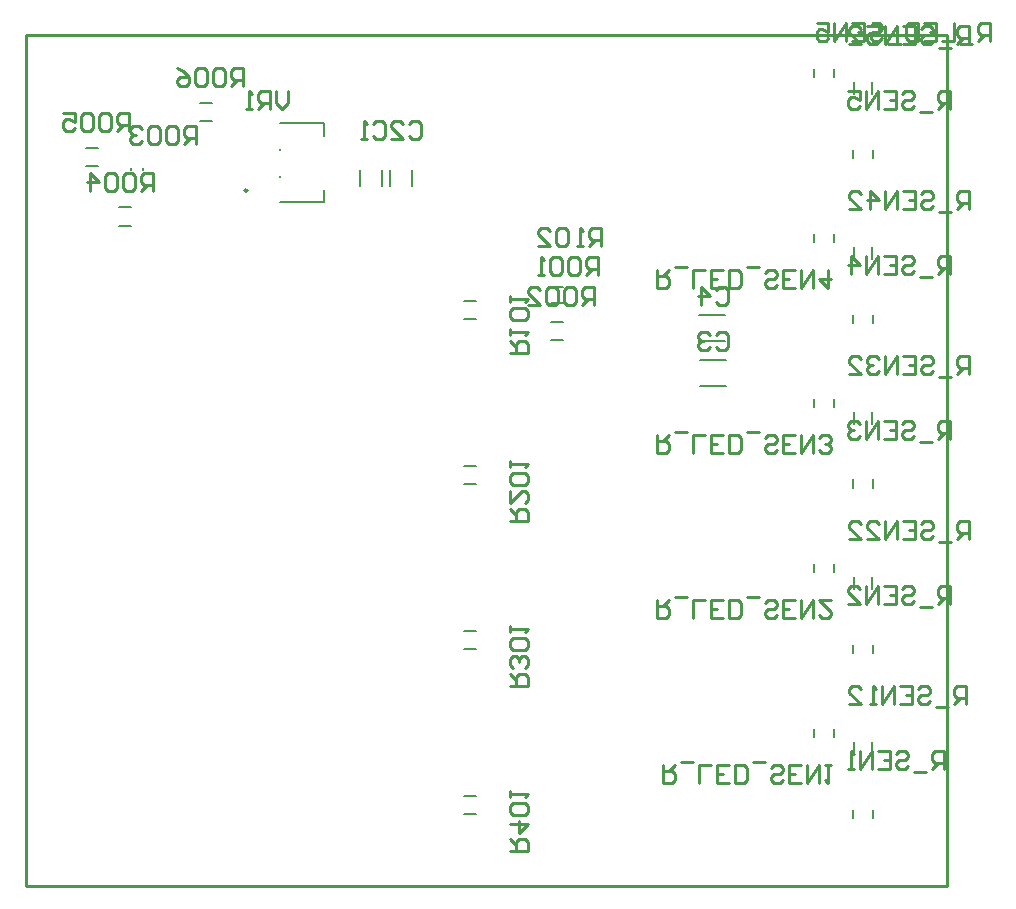
<source format=gbo>
G04*
G04 #@! TF.GenerationSoftware,Altium Limited,Altium Designer,22.5.1 (42)*
G04*
G04 Layer_Color=32896*
%FSLAX42Y42*%
%MOMM*%
G71*
G04*
G04 #@! TF.SameCoordinates,E9C7B45F-A4FB-49F3-BE10-4E13B05C86B2*
G04*
G04*
G04 #@! TF.FilePolarity,Positive*
G04*
G01*
G75*
%ADD10C,0.25*%
%ADD11C,0.20*%
%ADD13C,0.25*%
D10*
X1876Y5888D02*
G03*
X1876Y5888I-12J0D01*
G01*
D11*
X7172Y575D02*
Y645D01*
X7002Y575D02*
Y645D01*
X7172Y1972D02*
Y2042D01*
X7002Y1972D02*
Y2042D01*
X7172Y3371D02*
Y3441D01*
X7002Y3371D02*
Y3441D01*
X7172Y6163D02*
Y6233D01*
X7002Y6163D02*
Y6233D01*
X7172Y4766D02*
Y4836D01*
X7002Y4766D02*
Y4836D01*
X6674Y6848D02*
Y6918D01*
X6844Y6848D02*
Y6918D01*
X6674Y5451D02*
Y5521D01*
X6844Y5451D02*
Y5521D01*
X6674Y4054D02*
Y4124D01*
X6844Y4054D02*
Y4124D01*
X6674Y2657D02*
Y2727D01*
X6844Y2657D02*
Y2727D01*
X6674Y1260D02*
Y1330D01*
X6844Y1260D02*
Y1330D01*
X5705Y4617D02*
X5925D01*
X5705Y4832D02*
X5925D01*
X5707Y4236D02*
X5927D01*
X5707Y4451D02*
X5927D01*
X3711Y2002D02*
X3811D01*
X3711Y2162D02*
X3811D01*
X3711Y3399D02*
X3811D01*
X3711Y3559D02*
X3811D01*
X1476Y6632D02*
X1576D01*
X1476Y6472D02*
X1576D01*
X3711Y605D02*
X3811D01*
X3711Y765D02*
X3811D01*
X3711Y4796D02*
X3811D01*
X3711Y4956D02*
X3811D01*
X4437Y5310D02*
X4457D01*
X4437Y5204D02*
X4457D01*
X4448Y5073D02*
X4548D01*
X4448Y4933D02*
X4548D01*
X890Y6060D02*
Y6080D01*
X994Y6060D02*
Y6080D01*
X3087Y5924D02*
Y6064D01*
X3267Y5924D02*
Y6064D01*
X788Y5744D02*
X888D01*
X788Y5584D02*
X888D01*
X2833Y5924D02*
Y6064D01*
X3013Y5924D02*
Y6064D01*
X511Y6251D02*
X611D01*
X511Y6091D02*
X611D01*
X4448Y4618D02*
X4548D01*
X4448Y4778D02*
X4548D01*
X2154Y5786D02*
X2524D01*
Y6348D02*
Y6456D01*
Y5786D02*
Y5893D01*
X2154Y6456D02*
X2524D01*
X2154Y6233D02*
Y6238D01*
Y6003D02*
Y6008D01*
X7169Y5308D02*
Y5408D01*
X7009Y5308D02*
Y5408D01*
X7169Y3912D02*
Y4012D01*
X7009Y3912D02*
Y4012D01*
X7169Y2515D02*
Y2615D01*
X7009Y2515D02*
Y2615D01*
X7169Y1118D02*
Y1218D01*
X7009Y1118D02*
Y1218D01*
X7169Y6706D02*
Y6806D01*
X7009Y6706D02*
Y6806D01*
D13*
X7828Y6578D02*
Y6730D01*
X7752D01*
X7726Y6705D01*
Y6654D01*
X7752Y6629D01*
X7828D01*
X7777D02*
X7726Y6578D01*
X7676Y6552D02*
X7574D01*
X7422Y6705D02*
X7447Y6730D01*
X7498D01*
X7523Y6705D01*
Y6679D01*
X7498Y6654D01*
X7447D01*
X7422Y6629D01*
Y6603D01*
X7447Y6578D01*
X7498D01*
X7523Y6603D01*
X7269Y6730D02*
X7371D01*
Y6578D01*
X7269D01*
X7371Y6654D02*
X7320D01*
X7219Y6578D02*
Y6730D01*
X7117Y6578D01*
Y6730D01*
X6965D02*
X7066D01*
Y6654D01*
X7015Y6679D01*
X6990D01*
X6965Y6654D01*
Y6603D01*
X6990Y6578D01*
X7041D01*
X7066Y6603D01*
X7828Y5181D02*
Y5333D01*
X7752D01*
X7726Y5308D01*
Y5257D01*
X7752Y5232D01*
X7828D01*
X7777D02*
X7726Y5181D01*
X7676Y5155D02*
X7574D01*
X7422Y5308D02*
X7447Y5333D01*
X7498D01*
X7523Y5308D01*
Y5282D01*
X7498Y5257D01*
X7447D01*
X7422Y5232D01*
Y5206D01*
X7447Y5181D01*
X7498D01*
X7523Y5206D01*
X7269Y5333D02*
X7371D01*
Y5181D01*
X7269D01*
X7371Y5257D02*
X7320D01*
X7219Y5181D02*
Y5333D01*
X7117Y5181D01*
Y5333D01*
X6990Y5181D02*
Y5333D01*
X7066Y5257D01*
X6965D01*
X7828Y3786D02*
Y3939D01*
X7752D01*
X7726Y3913D01*
Y3863D01*
X7752Y3837D01*
X7828D01*
X7777D02*
X7726Y3786D01*
X7676Y3761D02*
X7574D01*
X7422Y3913D02*
X7447Y3939D01*
X7498D01*
X7523Y3913D01*
Y3888D01*
X7498Y3863D01*
X7447D01*
X7422Y3837D01*
Y3812D01*
X7447Y3786D01*
X7498D01*
X7523Y3812D01*
X7269Y3939D02*
X7371D01*
Y3786D01*
X7269D01*
X7371Y3863D02*
X7320D01*
X7219Y3786D02*
Y3939D01*
X7117Y3786D01*
Y3939D01*
X7066Y3913D02*
X7041Y3939D01*
X6990D01*
X6965Y3913D01*
Y3888D01*
X6990Y3863D01*
X7015D01*
X6990D01*
X6965Y3837D01*
Y3812D01*
X6990Y3786D01*
X7041D01*
X7066Y3812D01*
X7828Y2387D02*
Y2539D01*
X7752D01*
X7726Y2514D01*
Y2463D01*
X7752Y2438D01*
X7828D01*
X7777D02*
X7726Y2387D01*
X7676Y2361D02*
X7574D01*
X7422Y2514D02*
X7447Y2539D01*
X7498D01*
X7523Y2514D01*
Y2488D01*
X7498Y2463D01*
X7447D01*
X7422Y2438D01*
Y2412D01*
X7447Y2387D01*
X7498D01*
X7523Y2412D01*
X7269Y2539D02*
X7371D01*
Y2387D01*
X7269D01*
X7371Y2463D02*
X7320D01*
X7219Y2387D02*
Y2539D01*
X7117Y2387D01*
Y2539D01*
X6965Y2387D02*
X7066D01*
X6965Y2488D01*
Y2514D01*
X6990Y2539D01*
X7041D01*
X7066Y2514D01*
X7777Y990D02*
Y1142D01*
X7701D01*
X7676Y1117D01*
Y1066D01*
X7701Y1041D01*
X7777D01*
X7726D02*
X7676Y990D01*
X7625Y964D02*
X7523D01*
X7371Y1117D02*
X7396Y1142D01*
X7447D01*
X7472Y1117D01*
Y1091D01*
X7447Y1066D01*
X7396D01*
X7371Y1041D01*
Y1015D01*
X7396Y990D01*
X7447D01*
X7472Y1015D01*
X7219Y1142D02*
X7320D01*
Y990D01*
X7219D01*
X7320Y1066D02*
X7269D01*
X7168Y990D02*
Y1142D01*
X7066Y990D01*
Y1142D01*
X7015Y990D02*
X6965D01*
X6990D01*
Y1142D01*
X7015Y1117D01*
X5844Y4665D02*
X5870Y4691D01*
X5920D01*
X5946Y4665D01*
Y4564D01*
X5920Y4538D01*
X5870D01*
X5844Y4564D01*
X5793Y4665D02*
X5768Y4691D01*
X5717D01*
X5692Y4665D01*
Y4640D01*
X5717Y4614D01*
X5743D01*
X5717D01*
X5692Y4589D01*
Y4564D01*
X5717Y4538D01*
X5768D01*
X5793Y4564D01*
X5844Y5046D02*
X5870Y5072D01*
X5920D01*
X5946Y5046D01*
Y4945D01*
X5920Y4919D01*
X5870D01*
X5844Y4945D01*
X5717Y4919D02*
Y5072D01*
X5793Y4995D01*
X5692D01*
X4104Y294D02*
X4257D01*
Y370D01*
X4231Y395D01*
X4180D01*
X4155Y370D01*
Y294D01*
Y345D02*
X4104Y395D01*
Y522D02*
X4257D01*
X4180Y446D01*
Y548D01*
X4231Y599D02*
X4257Y624D01*
Y675D01*
X4231Y700D01*
X4130D01*
X4104Y675D01*
Y624D01*
X4130Y599D01*
X4231D01*
X4104Y751D02*
Y802D01*
Y776D01*
X4257D01*
X4231Y751D01*
X2220Y6728D02*
Y6626D01*
X2169Y6575D01*
X2118Y6626D01*
Y6728D01*
X2067Y6575D02*
Y6728D01*
X1991D01*
X1966Y6702D01*
Y6651D01*
X1991Y6626D01*
X2067D01*
X2016D02*
X1966Y6575D01*
X1915D02*
X1864D01*
X1890D01*
Y6728D01*
X1915Y6702D01*
X7988Y7124D02*
Y7276D01*
X7912D01*
X7886Y7251D01*
Y7200D01*
X7912Y7175D01*
X7988D01*
X7937D02*
X7886Y7124D01*
X7836Y7098D02*
X7734D01*
X7582Y7251D02*
X7607Y7276D01*
X7658D01*
X7683Y7251D01*
Y7225D01*
X7658Y7200D01*
X7607D01*
X7582Y7175D01*
Y7149D01*
X7607Y7124D01*
X7658D01*
X7683Y7149D01*
X7429Y7276D02*
X7531D01*
Y7124D01*
X7429D01*
X7531Y7200D02*
X7480D01*
X7379Y7124D02*
Y7276D01*
X7277Y7124D01*
Y7276D01*
X7125D02*
X7226D01*
Y7200D01*
X7175Y7225D01*
X7150D01*
X7125Y7200D01*
Y7149D01*
X7150Y7124D01*
X7201D01*
X7226Y7149D01*
X6972Y7124D02*
X7074D01*
X6972Y7225D01*
Y7251D01*
X6998Y7276D01*
X7048D01*
X7074Y7251D01*
X7988Y5727D02*
Y5879D01*
X7912D01*
X7886Y5854D01*
Y5803D01*
X7912Y5778D01*
X7988D01*
X7937D02*
X7886Y5727D01*
X7836Y5702D02*
X7734D01*
X7582Y5854D02*
X7607Y5879D01*
X7658D01*
X7683Y5854D01*
Y5828D01*
X7658Y5803D01*
X7607D01*
X7582Y5778D01*
Y5752D01*
X7607Y5727D01*
X7658D01*
X7683Y5752D01*
X7429Y5879D02*
X7531D01*
Y5727D01*
X7429D01*
X7531Y5803D02*
X7480D01*
X7379Y5727D02*
Y5879D01*
X7277Y5727D01*
Y5879D01*
X7150Y5727D02*
Y5879D01*
X7226Y5803D01*
X7125D01*
X6972Y5727D02*
X7074D01*
X6972Y5828D01*
Y5854D01*
X6998Y5879D01*
X7048D01*
X7074Y5854D01*
X7988Y4330D02*
Y4482D01*
X7912D01*
X7886Y4457D01*
Y4406D01*
X7912Y4381D01*
X7988D01*
X7937D02*
X7886Y4330D01*
X7836Y4305D02*
X7734D01*
X7582Y4457D02*
X7607Y4482D01*
X7658D01*
X7683Y4457D01*
Y4431D01*
X7658Y4406D01*
X7607D01*
X7582Y4381D01*
Y4355D01*
X7607Y4330D01*
X7658D01*
X7683Y4355D01*
X7429Y4482D02*
X7531D01*
Y4330D01*
X7429D01*
X7531Y4406D02*
X7480D01*
X7379Y4330D02*
Y4482D01*
X7277Y4330D01*
Y4482D01*
X7226Y4457D02*
X7201Y4482D01*
X7150D01*
X7125Y4457D01*
Y4431D01*
X7150Y4406D01*
X7175D01*
X7150D01*
X7125Y4381D01*
Y4355D01*
X7150Y4330D01*
X7201D01*
X7226Y4355D01*
X6972Y4330D02*
X7074D01*
X6972Y4431D01*
Y4457D01*
X6998Y4482D01*
X7048D01*
X7074Y4457D01*
X7988Y2933D02*
Y3085D01*
X7912D01*
X7886Y3060D01*
Y3009D01*
X7912Y2984D01*
X7988D01*
X7937D02*
X7886Y2933D01*
X7836Y2908D02*
X7734D01*
X7582Y3060D02*
X7607Y3085D01*
X7658D01*
X7683Y3060D01*
Y3034D01*
X7658Y3009D01*
X7607D01*
X7582Y2984D01*
Y2958D01*
X7607Y2933D01*
X7658D01*
X7683Y2958D01*
X7429Y3085D02*
X7531D01*
Y2933D01*
X7429D01*
X7531Y3009D02*
X7480D01*
X7379Y2933D02*
Y3085D01*
X7277Y2933D01*
Y3085D01*
X7125Y2933D02*
X7226D01*
X7125Y3034D01*
Y3060D01*
X7150Y3085D01*
X7201D01*
X7226Y3060D01*
X6972Y2933D02*
X7074D01*
X6972Y3034D01*
Y3060D01*
X6998Y3085D01*
X7048D01*
X7074Y3060D01*
X7963Y1536D02*
Y1688D01*
X7886D01*
X7861Y1663D01*
Y1612D01*
X7886Y1587D01*
X7963D01*
X7912D02*
X7861Y1536D01*
X7810Y1511D02*
X7709D01*
X7556Y1663D02*
X7582Y1688D01*
X7632D01*
X7658Y1663D01*
Y1637D01*
X7632Y1612D01*
X7582D01*
X7556Y1587D01*
Y1561D01*
X7582Y1536D01*
X7632D01*
X7658Y1561D01*
X7404Y1688D02*
X7506D01*
Y1536D01*
X7404D01*
X7506Y1612D02*
X7455D01*
X7353Y1536D02*
Y1688D01*
X7252Y1536D01*
Y1688D01*
X7201Y1536D02*
X7150D01*
X7175D01*
Y1688D01*
X7201Y1663D01*
X6972Y1536D02*
X7074D01*
X6972Y1637D01*
Y1663D01*
X6998Y1688D01*
X7048D01*
X7074Y1663D01*
X8168Y7154D02*
Y7307D01*
X8092D01*
X8067Y7281D01*
Y7231D01*
X8092Y7205D01*
X8168D01*
X8118D02*
X8067Y7154D01*
X8016Y7129D02*
X7914D01*
X7864Y7307D02*
Y7154D01*
X7762D01*
X7610Y7307D02*
X7711D01*
Y7154D01*
X7610D01*
X7711Y7231D02*
X7660D01*
X7559Y7307D02*
Y7154D01*
X7483D01*
X7457Y7180D01*
Y7281D01*
X7483Y7307D01*
X7559D01*
X7407Y7129D02*
X7305D01*
X7153Y7281D02*
X7178Y7307D01*
X7229D01*
X7254Y7281D01*
Y7256D01*
X7229Y7231D01*
X7178D01*
X7153Y7205D01*
Y7180D01*
X7178Y7154D01*
X7229D01*
X7254Y7180D01*
X7000Y7307D02*
X7102D01*
Y7154D01*
X7000D01*
X7102Y7231D02*
X7051D01*
X6949Y7154D02*
Y7307D01*
X6848Y7154D01*
Y7307D01*
X6696D02*
X6797D01*
Y7231D01*
X6746Y7256D01*
X6721D01*
X6696Y7231D01*
Y7180D01*
X6721Y7154D01*
X6772D01*
X6797Y7180D01*
X5349Y5214D02*
Y5061D01*
X5425D01*
X5450Y5087D01*
Y5138D01*
X5425Y5163D01*
X5349D01*
X5400D02*
X5450Y5214D01*
X5501Y5239D02*
X5603D01*
X5654Y5061D02*
Y5214D01*
X5755D01*
X5908Y5061D02*
X5806D01*
Y5214D01*
X5908D01*
X5806Y5138D02*
X5857D01*
X5958Y5061D02*
Y5214D01*
X6034D01*
X6060Y5188D01*
Y5087D01*
X6034Y5061D01*
X5958D01*
X6111Y5239D02*
X6212D01*
X6365Y5087D02*
X6339Y5061D01*
X6288D01*
X6263Y5087D01*
Y5112D01*
X6288Y5138D01*
X6339D01*
X6365Y5163D01*
Y5188D01*
X6339Y5214D01*
X6288D01*
X6263Y5188D01*
X6517Y5061D02*
X6415D01*
Y5214D01*
X6517D01*
X6415Y5138D02*
X6466D01*
X6568Y5214D02*
Y5061D01*
X6669Y5214D01*
Y5061D01*
X6796Y5214D02*
Y5061D01*
X6720Y5138D01*
X6822D01*
X5349Y3817D02*
Y3664D01*
X5425D01*
X5450Y3690D01*
Y3741D01*
X5425Y3766D01*
X5349D01*
X5400D02*
X5450Y3817D01*
X5501Y3842D02*
X5603D01*
X5654Y3664D02*
Y3817D01*
X5755D01*
X5908Y3664D02*
X5806D01*
Y3817D01*
X5908D01*
X5806Y3741D02*
X5857D01*
X5958Y3664D02*
Y3817D01*
X6034D01*
X6060Y3791D01*
Y3690D01*
X6034Y3664D01*
X5958D01*
X6111Y3842D02*
X6212D01*
X6365Y3690D02*
X6339Y3664D01*
X6288D01*
X6263Y3690D01*
Y3715D01*
X6288Y3741D01*
X6339D01*
X6365Y3766D01*
Y3791D01*
X6339Y3817D01*
X6288D01*
X6263Y3791D01*
X6517Y3664D02*
X6415D01*
Y3817D01*
X6517D01*
X6415Y3741D02*
X6466D01*
X6568Y3817D02*
Y3664D01*
X6669Y3817D01*
Y3664D01*
X6720Y3690D02*
X6745Y3664D01*
X6796D01*
X6822Y3690D01*
Y3715D01*
X6796Y3741D01*
X6771D01*
X6796D01*
X6822Y3766D01*
Y3791D01*
X6796Y3817D01*
X6745D01*
X6720Y3791D01*
X5349Y2419D02*
Y2267D01*
X5425D01*
X5450Y2292D01*
Y2343D01*
X5425Y2368D01*
X5349D01*
X5400D02*
X5450Y2419D01*
X5501Y2444D02*
X5603D01*
X5654Y2267D02*
Y2419D01*
X5755D01*
X5908Y2267D02*
X5806D01*
Y2419D01*
X5908D01*
X5806Y2343D02*
X5857D01*
X5958Y2267D02*
Y2419D01*
X6034D01*
X6060Y2394D01*
Y2292D01*
X6034Y2267D01*
X5958D01*
X6111Y2444D02*
X6212D01*
X6365Y2292D02*
X6339Y2267D01*
X6288D01*
X6263Y2292D01*
Y2317D01*
X6288Y2343D01*
X6339D01*
X6365Y2368D01*
Y2394D01*
X6339Y2419D01*
X6288D01*
X6263Y2394D01*
X6517Y2267D02*
X6415D01*
Y2419D01*
X6517D01*
X6415Y2343D02*
X6466D01*
X6568Y2419D02*
Y2267D01*
X6669Y2419D01*
Y2267D01*
X6822Y2419D02*
X6720D01*
X6822Y2317D01*
Y2292D01*
X6796Y2267D01*
X6745D01*
X6720Y2292D01*
X5400Y1023D02*
Y870D01*
X5476D01*
X5501Y896D01*
Y947D01*
X5476Y972D01*
X5400D01*
X5450D02*
X5501Y1023D01*
X5552Y1048D02*
X5654D01*
X5704Y870D02*
Y1023D01*
X5806D01*
X5958Y870D02*
X5857D01*
Y1023D01*
X5958D01*
X5857Y947D02*
X5908D01*
X6009Y870D02*
Y1023D01*
X6085D01*
X6111Y997D01*
Y896D01*
X6085Y870D01*
X6009D01*
X6161Y1048D02*
X6263D01*
X6415Y896D02*
X6390Y870D01*
X6339D01*
X6314Y896D01*
Y921D01*
X6339Y947D01*
X6390D01*
X6415Y972D01*
Y997D01*
X6390Y1023D01*
X6339D01*
X6314Y997D01*
X6568Y870D02*
X6466D01*
Y1023D01*
X6568D01*
X6466Y947D02*
X6517D01*
X6619Y1023D02*
Y870D01*
X6720Y1023D01*
Y870D01*
X6771Y1023D02*
X6822D01*
X6796D01*
Y870D01*
X6771Y896D01*
X4104Y1691D02*
X4257D01*
Y1767D01*
X4231Y1792D01*
X4180D01*
X4155Y1767D01*
Y1691D01*
Y1742D02*
X4104Y1792D01*
X4231Y1843D02*
X4257Y1869D01*
Y1919D01*
X4231Y1945D01*
X4206D01*
X4180Y1919D01*
Y1894D01*
Y1919D01*
X4155Y1945D01*
X4130D01*
X4104Y1919D01*
Y1869D01*
X4130Y1843D01*
X4231Y1996D02*
X4257Y2021D01*
Y2072D01*
X4231Y2097D01*
X4130D01*
X4104Y2072D01*
Y2021D01*
X4130Y1996D01*
X4231D01*
X4104Y2148D02*
Y2199D01*
Y2173D01*
X4257D01*
X4231Y2148D01*
X4104Y3088D02*
X4257D01*
Y3164D01*
X4231Y3189D01*
X4180D01*
X4155Y3164D01*
Y3088D01*
Y3139D02*
X4104Y3189D01*
Y3342D02*
Y3240D01*
X4206Y3342D01*
X4231D01*
X4257Y3316D01*
Y3266D01*
X4231Y3240D01*
Y3393D02*
X4257Y3418D01*
Y3469D01*
X4231Y3494D01*
X4130D01*
X4104Y3469D01*
Y3418D01*
X4130Y3393D01*
X4231D01*
X4104Y3545D02*
Y3596D01*
Y3570D01*
X4257D01*
X4231Y3545D01*
X4874Y5414D02*
Y5567D01*
X4798D01*
X4772Y5541D01*
Y5491D01*
X4798Y5465D01*
X4874D01*
X4823D02*
X4772Y5414D01*
X4722D02*
X4671D01*
X4696D01*
Y5567D01*
X4722Y5541D01*
X4595D02*
X4569Y5567D01*
X4518D01*
X4493Y5541D01*
Y5440D01*
X4518Y5414D01*
X4569D01*
X4595Y5440D01*
Y5541D01*
X4341Y5414D02*
X4442D01*
X4341Y5516D01*
Y5541D01*
X4366Y5567D01*
X4417D01*
X4442Y5541D01*
X4104Y4510D02*
X4257D01*
Y4586D01*
X4231Y4612D01*
X4180D01*
X4155Y4586D01*
Y4510D01*
Y4561D02*
X4104Y4612D01*
Y4663D02*
Y4713D01*
Y4688D01*
X4257D01*
X4231Y4663D01*
Y4790D02*
X4257Y4815D01*
Y4866D01*
X4231Y4891D01*
X4130D01*
X4104Y4866D01*
Y4815D01*
X4130Y4790D01*
X4231D01*
X4104Y4942D02*
Y4993D01*
Y4967D01*
X4257D01*
X4231Y4942D01*
X1844Y6771D02*
Y6923D01*
X1768D01*
X1742Y6898D01*
Y6847D01*
X1768Y6822D01*
X1844D01*
X1793D02*
X1742Y6771D01*
X1691Y6898D02*
X1666Y6923D01*
X1615D01*
X1590Y6898D01*
Y6796D01*
X1615Y6771D01*
X1666D01*
X1691Y6796D01*
Y6898D01*
X1539D02*
X1514Y6923D01*
X1463D01*
X1437Y6898D01*
Y6796D01*
X1463Y6771D01*
X1514D01*
X1539Y6796D01*
Y6898D01*
X1285Y6923D02*
X1336Y6898D01*
X1387Y6847D01*
Y6796D01*
X1361Y6771D01*
X1310D01*
X1285Y6796D01*
Y6822D01*
X1310Y6847D01*
X1387D01*
X878Y6390D02*
Y6542D01*
X802D01*
X777Y6517D01*
Y6466D01*
X802Y6441D01*
X878D01*
X828D02*
X777Y6390D01*
X726Y6517D02*
X701Y6542D01*
X650D01*
X625Y6517D01*
Y6415D01*
X650Y6390D01*
X701D01*
X726Y6415D01*
Y6517D01*
X574D02*
X548Y6542D01*
X498D01*
X472Y6517D01*
Y6415D01*
X498Y6390D01*
X548D01*
X574Y6415D01*
Y6517D01*
X320Y6542D02*
X421D01*
Y6466D01*
X371Y6491D01*
X345D01*
X320Y6466D01*
Y6415D01*
X345Y6390D01*
X396D01*
X421Y6415D01*
X1079Y5882D02*
Y6034D01*
X1003D01*
X978Y6009D01*
Y5958D01*
X1003Y5933D01*
X1079D01*
X1028D02*
X978Y5882D01*
X927Y6009D02*
X901Y6034D01*
X851D01*
X825Y6009D01*
Y5907D01*
X851Y5882D01*
X901D01*
X927Y5907D01*
Y6009D01*
X774D02*
X749Y6034D01*
X698D01*
X673Y6009D01*
Y5907D01*
X698Y5882D01*
X749D01*
X774Y5907D01*
Y6009D01*
X546Y5882D02*
Y6034D01*
X622Y5958D01*
X521D01*
X1442Y6278D02*
Y6430D01*
X1366D01*
X1341Y6405D01*
Y6354D01*
X1366Y6329D01*
X1442D01*
X1392D02*
X1341Y6278D01*
X1290Y6405D02*
X1265Y6430D01*
X1214D01*
X1188Y6405D01*
Y6303D01*
X1214Y6278D01*
X1265D01*
X1290Y6303D01*
Y6405D01*
X1138D02*
X1112Y6430D01*
X1062D01*
X1036Y6405D01*
Y6303D01*
X1062Y6278D01*
X1112D01*
X1138Y6303D01*
Y6405D01*
X985D02*
X960Y6430D01*
X909D01*
X884Y6405D01*
Y6380D01*
X909Y6354D01*
X935D01*
X909D01*
X884Y6329D01*
Y6303D01*
X909Y6278D01*
X960D01*
X985Y6303D01*
X4815Y4917D02*
Y5069D01*
X4739D01*
X4714Y5044D01*
Y4993D01*
X4739Y4967D01*
X4815D01*
X4765D02*
X4714Y4917D01*
X4663Y5044D02*
X4638Y5069D01*
X4587D01*
X4562Y5044D01*
Y4942D01*
X4587Y4917D01*
X4638D01*
X4663Y4942D01*
Y5044D01*
X4511D02*
X4485Y5069D01*
X4435D01*
X4409Y5044D01*
Y4942D01*
X4435Y4917D01*
X4485D01*
X4511Y4942D01*
Y5044D01*
X4257Y4917D02*
X4358D01*
X4257Y5018D01*
Y5044D01*
X4282Y5069D01*
X4333D01*
X4358Y5044D01*
X4843Y5176D02*
Y5328D01*
X4767D01*
X4742Y5303D01*
Y5252D01*
X4767Y5227D01*
X4843D01*
X4793D02*
X4742Y5176D01*
X4691Y5303D02*
X4666Y5328D01*
X4615D01*
X4590Y5303D01*
Y5201D01*
X4615Y5176D01*
X4666D01*
X4691Y5201D01*
Y5303D01*
X4539D02*
X4513Y5328D01*
X4463D01*
X4437Y5303D01*
Y5201D01*
X4463Y5176D01*
X4513D01*
X4539Y5201D01*
Y5303D01*
X4386Y5176D02*
X4336D01*
X4361D01*
Y5328D01*
X4386Y5303D01*
X3246Y6448D02*
X3271Y6474D01*
X3322D01*
X3347Y6448D01*
Y6347D01*
X3322Y6321D01*
X3271D01*
X3246Y6347D01*
X3093Y6321D02*
X3195D01*
X3093Y6423D01*
Y6448D01*
X3119Y6474D01*
X3170D01*
X3195Y6448D01*
X2941D02*
X2966Y6474D01*
X3017D01*
X3043Y6448D01*
Y6347D01*
X3017Y6321D01*
X2966D01*
X2941Y6347D01*
X2890Y6321D02*
X2839D01*
X2865D01*
Y6474D01*
X2890Y6448D01*
X0Y0D02*
X7800D01*
X0D02*
Y7200D01*
X7800D01*
Y0D02*
Y7200D01*
M02*

</source>
